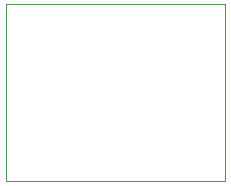
<source format=gm1>
G04 #@! TF.GenerationSoftware,KiCad,Pcbnew,8.0.0*
G04 #@! TF.CreationDate,2024-03-08T06:59:15+01:00*
G04 #@! TF.ProjectId,JoyMega3,4a6f794d-6567-4613-932e-6b696361645f,rev?*
G04 #@! TF.SameCoordinates,Original*
G04 #@! TF.FileFunction,Profile,NP*
%FSLAX46Y46*%
G04 Gerber Fmt 4.6, Leading zero omitted, Abs format (unit mm)*
G04 Created by KiCad (PCBNEW 8.0.0) date 2024-03-08 06:59:15*
%MOMM*%
%LPD*%
G01*
G04 APERTURE LIST*
G04 #@! TA.AperFunction,Profile*
%ADD10C,0.050000*%
G04 #@! TD*
G04 APERTURE END LIST*
D10*
X113100000Y-73000000D02*
X131700000Y-73000000D01*
X113100000Y-88000000D02*
X113100000Y-73000000D01*
X131700000Y-88000000D02*
X113100000Y-88000000D01*
X131700000Y-73000000D02*
X131700000Y-88000000D01*
M02*

</source>
